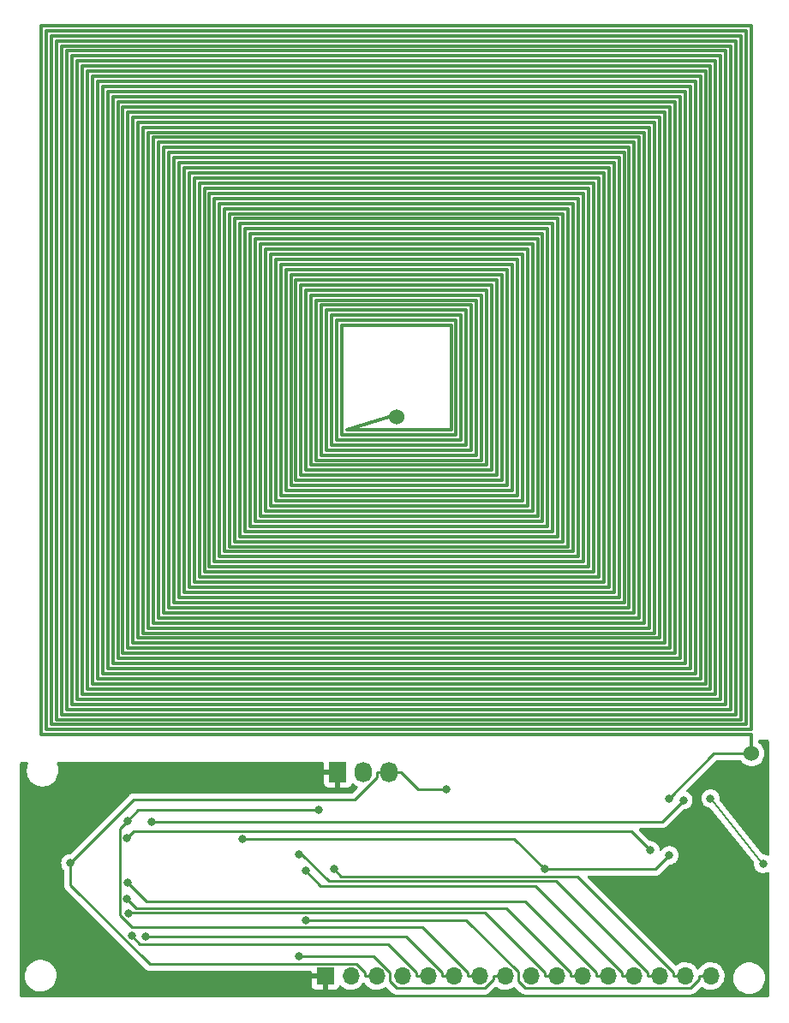
<source format=gbl>
%TF.GenerationSoftware,KiCad,Pcbnew,(6.0.7)*%
%TF.CreationDate,2022-11-29T16:33:33-07:00*%
%TF.ProjectId,attiny_rfid_light,61747469-6e79-45f7-9266-69645f6c6967,rev?*%
%TF.SameCoordinates,Original*%
%TF.FileFunction,Copper,L2,Bot*%
%TF.FilePolarity,Positive*%
%FSLAX46Y46*%
G04 Gerber Fmt 4.6, Leading zero omitted, Abs format (unit mm)*
G04 Created by KiCad (PCBNEW (6.0.7)) date 2022-11-29 16:33:33*
%MOMM*%
%LPD*%
G01*
G04 APERTURE LIST*
%TA.AperFunction,NonConductor*%
%ADD10C,0.200000*%
%TD*%
%TA.AperFunction,EtchedComponent*%
%ADD11C,0.300000*%
%TD*%
%TA.AperFunction,ComponentPad*%
%ADD12R,1.700000X1.700000*%
%TD*%
%TA.AperFunction,ComponentPad*%
%ADD13O,1.700000X1.700000*%
%TD*%
%TA.AperFunction,ComponentPad*%
%ADD14R,1.730000X2.030000*%
%TD*%
%TA.AperFunction,ComponentPad*%
%ADD15O,1.730000X2.030000*%
%TD*%
%TA.AperFunction,SMDPad,CuDef*%
%ADD16C,1.524000*%
%TD*%
%TA.AperFunction,ComponentPad*%
%ADD17C,1.524000*%
%TD*%
%TA.AperFunction,ViaPad*%
%ADD18C,0.800000*%
%TD*%
%TA.AperFunction,Conductor*%
%ADD19C,0.250000*%
%TD*%
G04 APERTURE END LIST*
D10*
X139770015Y-141310260D02*
X134615305Y-134841051D01*
D11*
X84068000Y-73977800D02*
X84068000Y-112948800D01*
X112476000Y-101882800D02*
X112476000Y-84540800D01*
X136117000Y-125523800D02*
X136117000Y-60899800D01*
X88092000Y-108924800D02*
X119518000Y-108924800D01*
X72499000Y-62408800D02*
X72499000Y-124517800D01*
X97146000Y-99870800D02*
X110464000Y-99870800D01*
X115494000Y-81522800D02*
X91613000Y-81522800D01*
X110464000Y-86552800D02*
X96643000Y-86552800D01*
X92116000Y-82025800D02*
X92116000Y-104900800D01*
X84571000Y-112445800D02*
X123039000Y-112445800D01*
X94631000Y-84540800D02*
X94631000Y-102385800D01*
X137123000Y-126529800D02*
X137123000Y-59893800D01*
X114991000Y-104397800D02*
X114991000Y-82025800D01*
X120021000Y-109427800D02*
X120021000Y-76995800D01*
X134608000Y-124014800D02*
X134608000Y-62408800D01*
X113985000Y-83031800D02*
X93122000Y-83031800D01*
X110967000Y-100373800D02*
X110967000Y-86049800D01*
X109961000Y-87055800D02*
X97146000Y-87055800D01*
X127566000Y-69450800D02*
X79541000Y-69450800D01*
X98655000Y-98361800D02*
X102791500Y-97133234D01*
X114488000Y-82528800D02*
X92619000Y-82528800D01*
X123542000Y-112948800D02*
X123542000Y-73474800D01*
X83062000Y-113954800D02*
X124548000Y-113954800D01*
X132093000Y-121499800D02*
X132093000Y-64923800D01*
X136620000Y-126026800D02*
X136620000Y-60396800D01*
X95637000Y-101379800D02*
X111973000Y-101379800D01*
X133602000Y-123008800D02*
X133602000Y-63414800D01*
X121027000Y-75989800D02*
X86080000Y-75989800D01*
X134105000Y-62911800D02*
X73002000Y-62911800D01*
X76020000Y-65929800D02*
X76020000Y-120996800D01*
X69481000Y-127535800D02*
X138129000Y-127535800D01*
X69984000Y-59893800D02*
X69984000Y-127032800D01*
X109961000Y-99367800D02*
X109961000Y-87055800D01*
X73505000Y-123511800D02*
X134105000Y-123511800D01*
X137123000Y-59893800D02*
X69984000Y-59893800D01*
X71996000Y-61905800D02*
X71996000Y-125020800D01*
X119518000Y-108924800D02*
X119518000Y-77498800D01*
X80547000Y-116469800D02*
X127063000Y-116469800D01*
X121530000Y-75486800D02*
X85577000Y-75486800D01*
X70487000Y-60396800D02*
X70487000Y-126529800D01*
X72499000Y-124517800D02*
X135111000Y-124517800D01*
X125554000Y-71462800D02*
X81553000Y-71462800D01*
X116500000Y-105906800D02*
X116500000Y-80516800D01*
X128572000Y-117978800D02*
X128572000Y-68444800D01*
X87589000Y-109427800D02*
X120021000Y-109427800D01*
X73505000Y-63414800D02*
X73505000Y-123511800D01*
X112979000Y-102385800D02*
X112979000Y-84037800D01*
X112979000Y-84037800D02*
X94128000Y-84037800D01*
X74511000Y-122505800D02*
X133099000Y-122505800D01*
X126560000Y-115966800D02*
X126560000Y-70456800D01*
X138129000Y-127535800D02*
X138129000Y-58887800D01*
X88595000Y-108421800D02*
X119015000Y-108421800D01*
X97146000Y-87055800D02*
X97146000Y-99870800D01*
X81050000Y-115966800D02*
X126560000Y-115966800D01*
X124548000Y-72468800D02*
X82559000Y-72468800D01*
X125554000Y-114960800D02*
X125554000Y-71462800D01*
X90104000Y-106912800D02*
X117506000Y-106912800D01*
X98152000Y-88061800D02*
X98152000Y-98864800D01*
X137626000Y-127032800D02*
X137626000Y-59390800D01*
X121530000Y-110936800D02*
X121530000Y-75486800D01*
X113482000Y-102888800D02*
X113482000Y-83534800D01*
X74008000Y-63917800D02*
X74008000Y-123008800D01*
X70487000Y-126529800D02*
X137123000Y-126529800D01*
X94128000Y-84037800D02*
X94128000Y-102888800D01*
X78535000Y-68444800D02*
X78535000Y-118481800D01*
X94128000Y-102888800D02*
X113482000Y-102888800D01*
X134608000Y-62408800D02*
X72499000Y-62408800D01*
X122536000Y-111942800D02*
X122536000Y-74480800D01*
X86583000Y-76492800D02*
X86583000Y-110433800D01*
X78535000Y-118481800D02*
X129075000Y-118481800D01*
X89098000Y-79007800D02*
X89098000Y-107918800D01*
X78032000Y-118984800D02*
X129578000Y-118984800D01*
X79038000Y-68947800D02*
X79038000Y-117978800D01*
X74511000Y-64420800D02*
X74511000Y-122505800D01*
X68978000Y-128038800D02*
X138632000Y-128038800D01*
X73002000Y-62911800D02*
X73002000Y-124014800D01*
X79541000Y-69450800D02*
X79541000Y-117475800D01*
X119015000Y-108421800D02*
X119015000Y-78001800D01*
X128572000Y-68444800D02*
X78535000Y-68444800D01*
X111973000Y-85043800D02*
X95134000Y-85043800D01*
X75517000Y-65426800D02*
X75517000Y-121499800D01*
X97649000Y-87558800D02*
X97649000Y-99367800D01*
X115997000Y-81019800D02*
X91110000Y-81019800D01*
X114488000Y-103894800D02*
X114488000Y-82528800D01*
X137626000Y-59390800D02*
X69481000Y-59390800D01*
X122536000Y-74480800D02*
X84571000Y-74480800D01*
X113482000Y-83534800D02*
X93625000Y-83534800D01*
X136117000Y-60899800D02*
X70990000Y-60899800D01*
X133602000Y-63414800D02*
X73505000Y-63414800D01*
X82559000Y-72468800D02*
X82559000Y-114457800D01*
X83565000Y-73474800D02*
X83565000Y-113451800D01*
X88092000Y-78001800D02*
X88092000Y-108924800D01*
X90607000Y-80516800D02*
X90607000Y-106409800D01*
X130081000Y-119487800D02*
X130081000Y-66935800D01*
X128069000Y-117475800D02*
X128069000Y-68947800D01*
X71493000Y-125523800D02*
X136117000Y-125523800D01*
X92619000Y-82528800D02*
X92619000Y-104397800D01*
X124548000Y-113954800D02*
X124548000Y-72468800D01*
X133099000Y-122505800D02*
X133099000Y-63917800D01*
X79038000Y-117978800D02*
X128572000Y-117978800D01*
X86080000Y-110936800D02*
X121530000Y-110936800D01*
X129075000Y-67941800D02*
X78032000Y-67941800D01*
X119518000Y-77498800D02*
X87589000Y-77498800D01*
X136620000Y-60396800D02*
X70487000Y-60396800D01*
X122033000Y-111439800D02*
X122033000Y-74983800D01*
X111470000Y-85546800D02*
X95637000Y-85546800D01*
X126057000Y-70959800D02*
X81050000Y-70959800D01*
X121027000Y-110433800D02*
X121027000Y-75989800D01*
X81553000Y-115463800D02*
X126057000Y-115463800D01*
X132596000Y-64420800D02*
X74511000Y-64420800D01*
X80547000Y-70456800D02*
X80547000Y-116469800D01*
X84571000Y-74480800D02*
X84571000Y-112445800D01*
X89601000Y-107415800D02*
X118009000Y-107415800D01*
X83062000Y-72971800D02*
X83062000Y-113954800D01*
X124045000Y-72971800D02*
X83062000Y-72971800D01*
X126560000Y-70456800D02*
X80547000Y-70456800D01*
X93625000Y-83534800D02*
X93625000Y-103391800D01*
X87086000Y-109930800D02*
X120524000Y-109930800D01*
X95637000Y-85546800D02*
X95637000Y-101379800D01*
X138632000Y-58384800D02*
X68475000Y-58384800D01*
X131087000Y-65929800D02*
X76020000Y-65929800D01*
X120524000Y-109930800D02*
X120524000Y-76492800D01*
X93625000Y-103391800D02*
X113985000Y-103391800D01*
X68475000Y-58384800D02*
X68475000Y-128541800D01*
X85074000Y-111942800D02*
X122536000Y-111942800D01*
X87589000Y-77498800D02*
X87589000Y-109427800D01*
X134105000Y-123511800D02*
X134105000Y-62911800D01*
X127063000Y-116469800D02*
X127063000Y-69953800D01*
X82056000Y-114960800D02*
X125554000Y-114960800D01*
X91110000Y-81019800D02*
X91110000Y-105906800D01*
X132093000Y-64923800D02*
X75014000Y-64923800D01*
X130584000Y-119990800D02*
X130584000Y-66432800D01*
X80044000Y-116972800D02*
X127566000Y-116972800D01*
X94631000Y-102385800D02*
X112979000Y-102385800D01*
X130584000Y-66432800D02*
X76523000Y-66432800D01*
X93122000Y-103894800D02*
X114488000Y-103894800D01*
X111973000Y-101379800D02*
X111973000Y-85043800D01*
X68978000Y-58887800D02*
X68978000Y-128038800D01*
X118009000Y-107415800D02*
X118009000Y-79007800D01*
X77529000Y-119487800D02*
X130081000Y-119487800D01*
X78032000Y-67941800D02*
X78032000Y-118984800D01*
X83565000Y-113451800D02*
X124045000Y-113451800D01*
X133099000Y-63917800D02*
X74008000Y-63917800D01*
X73002000Y-124014800D02*
X134608000Y-124014800D01*
X89098000Y-107918800D02*
X118512000Y-107918800D01*
X131590000Y-65426800D02*
X75517000Y-65426800D01*
X135111000Y-124517800D02*
X135111000Y-61905800D01*
X131590000Y-120996800D02*
X131590000Y-65426800D01*
X81050000Y-70959800D02*
X81050000Y-115966800D01*
X75014000Y-122002800D02*
X132596000Y-122002800D01*
X96643000Y-100373800D02*
X110967000Y-100373800D01*
X76523000Y-66432800D02*
X76523000Y-120493800D01*
X85074000Y-74983800D02*
X85074000Y-111942800D01*
X86583000Y-110433800D02*
X121027000Y-110433800D01*
X124045000Y-113451800D02*
X124045000Y-72971800D01*
X113985000Y-103391800D02*
X113985000Y-83031800D01*
X77529000Y-67438800D02*
X77529000Y-119487800D01*
X76020000Y-120996800D02*
X131590000Y-120996800D01*
X92619000Y-104397800D02*
X114991000Y-104397800D01*
X79541000Y-117475800D02*
X128069000Y-117475800D01*
X118009000Y-79007800D02*
X89098000Y-79007800D01*
X96643000Y-86552800D02*
X96643000Y-100373800D01*
X95134000Y-85043800D02*
X95134000Y-101882800D01*
X112476000Y-84540800D02*
X94631000Y-84540800D01*
X93122000Y-83031800D02*
X93122000Y-103894800D01*
X81553000Y-71462800D02*
X81553000Y-115463800D01*
X97649000Y-99367800D02*
X109961000Y-99367800D01*
X138628120Y-128541800D02*
X138628120Y-130052194D01*
X85577000Y-75486800D02*
X85577000Y-111439800D01*
X80044000Y-69953800D02*
X80044000Y-116972800D01*
X71493000Y-61402800D02*
X71493000Y-125523800D01*
X123039000Y-73977800D02*
X84068000Y-73977800D01*
X98152000Y-98864800D02*
X109458000Y-98864800D01*
X115997000Y-105403800D02*
X115997000Y-81019800D01*
X86080000Y-75989800D02*
X86080000Y-110936800D01*
X71996000Y-125020800D02*
X135614000Y-125020800D01*
X108955000Y-98361800D02*
X108955000Y-88061800D01*
X69984000Y-127032800D02*
X137626000Y-127032800D01*
X130081000Y-66935800D02*
X77026000Y-66935800D01*
X116500000Y-80516800D02*
X90607000Y-80516800D01*
X90607000Y-106409800D02*
X117003000Y-106409800D01*
X77026000Y-119990800D02*
X130584000Y-119990800D01*
X128069000Y-68947800D02*
X79038000Y-68947800D01*
X138632000Y-128038800D02*
X138632000Y-58384800D01*
X91110000Y-105906800D02*
X116500000Y-105906800D01*
X122033000Y-74983800D02*
X85074000Y-74983800D01*
X90104000Y-80013800D02*
X90104000Y-106912800D01*
X129578000Y-67438800D02*
X77529000Y-67438800D01*
X110967000Y-86049800D02*
X96140000Y-86049800D01*
X114991000Y-82025800D02*
X92116000Y-82025800D01*
X82056000Y-71965800D02*
X82056000Y-114960800D01*
X118512000Y-78504800D02*
X88595000Y-78504800D01*
X119015000Y-78001800D02*
X88092000Y-78001800D01*
X75517000Y-121499800D02*
X132093000Y-121499800D01*
X69481000Y-59390800D02*
X69481000Y-127535800D01*
X95134000Y-101882800D02*
X112476000Y-101882800D01*
X88595000Y-78504800D02*
X88595000Y-108421800D01*
X117506000Y-79510800D02*
X89601000Y-79510800D01*
X89601000Y-79510800D02*
X89601000Y-107415800D01*
X91613000Y-105403800D02*
X115997000Y-105403800D01*
X117003000Y-106409800D02*
X117003000Y-80013800D01*
X91613000Y-81522800D02*
X91613000Y-105403800D01*
X70990000Y-60899800D02*
X70990000Y-126026800D01*
X126057000Y-115463800D02*
X126057000Y-70959800D01*
X117003000Y-80013800D02*
X90104000Y-80013800D01*
X109458000Y-87558800D02*
X97649000Y-87558800D01*
X135614000Y-61402800D02*
X71493000Y-61402800D01*
X70990000Y-126026800D02*
X136620000Y-126026800D01*
X87086000Y-76995800D02*
X87086000Y-109930800D01*
X110464000Y-99870800D02*
X110464000Y-86552800D01*
X125051000Y-71965800D02*
X82056000Y-71965800D01*
X123039000Y-112445800D02*
X123039000Y-73977800D01*
X123542000Y-73474800D02*
X83565000Y-73474800D01*
X111470000Y-100876800D02*
X111470000Y-85546800D01*
X135614000Y-125020800D02*
X135614000Y-61402800D01*
X129578000Y-118984800D02*
X129578000Y-67438800D01*
X84068000Y-112948800D02*
X123542000Y-112948800D01*
X96140000Y-100876800D02*
X111470000Y-100876800D01*
X127566000Y-116972800D02*
X127566000Y-69450800D01*
X118512000Y-107918800D02*
X118512000Y-78504800D01*
X77026000Y-66935800D02*
X77026000Y-119990800D01*
X131087000Y-120493800D02*
X131087000Y-65929800D01*
X138129000Y-58887800D02*
X68978000Y-58887800D01*
X68475000Y-128541800D02*
X138632000Y-128541800D01*
X132596000Y-122002800D02*
X132596000Y-64420800D01*
X127063000Y-69953800D02*
X80044000Y-69953800D01*
X82559000Y-114457800D02*
X125051000Y-114457800D01*
X125051000Y-114457800D02*
X125051000Y-71965800D01*
X76523000Y-120493800D02*
X131087000Y-120493800D01*
X120524000Y-76492800D02*
X86583000Y-76492800D01*
X129075000Y-118481800D02*
X129075000Y-67941800D01*
X117506000Y-106912800D02*
X117506000Y-79510800D01*
X108955000Y-88061800D02*
X98152000Y-88061800D01*
X96140000Y-86049800D02*
X96140000Y-100876800D01*
X74008000Y-123008800D02*
X133602000Y-123008800D01*
X120021000Y-76995800D02*
X87086000Y-76995800D01*
X135111000Y-61905800D02*
X71996000Y-61905800D01*
X98655000Y-98361800D02*
X108955000Y-98361800D01*
X75014000Y-64923800D02*
X75014000Y-122002800D01*
X85577000Y-111439800D02*
X122033000Y-111439800D01*
X115494000Y-104900800D02*
X115494000Y-81522800D01*
X109458000Y-98864800D02*
X109458000Y-87558800D01*
X92116000Y-104900800D02*
X115494000Y-104900800D01*
D12*
X96520000Y-152400000D03*
D13*
X99060000Y-152400000D03*
X101600000Y-152400000D03*
X104140000Y-152400000D03*
X106680000Y-152400000D03*
X109220000Y-152400000D03*
X111760000Y-152400000D03*
X114300000Y-152400000D03*
X116840000Y-152400000D03*
X119380000Y-152400000D03*
X121920000Y-152400000D03*
X124460000Y-152400000D03*
X127000000Y-152400000D03*
X129540000Y-152400000D03*
X132080000Y-152400000D03*
X134620000Y-152400000D03*
D14*
X97765700Y-132243300D03*
D15*
X100305700Y-132243300D03*
X102845700Y-132243300D03*
D16*
X138658783Y-130381698D03*
D17*
X103553500Y-97133234D03*
D18*
X90048350Y-152312139D03*
X66955655Y-137028550D03*
X68317907Y-147935401D03*
X72190982Y-153484460D03*
X77810462Y-153498544D03*
X133959431Y-133240382D03*
X134620000Y-137160000D03*
X132080000Y-144780000D03*
X132080000Y-149860000D03*
X139700000Y-149860000D03*
X134605916Y-134841051D03*
X139774710Y-141296176D03*
X97360500Y-141835200D03*
X130543500Y-140452000D03*
X118194600Y-141835300D03*
X88379300Y-138799700D03*
X76932500Y-138756200D03*
X128639000Y-139955500D03*
X79375000Y-137136700D03*
X131913500Y-135007400D03*
X94583400Y-146876200D03*
X76951700Y-137047700D03*
X95876400Y-135987100D03*
X78747800Y-148502200D03*
X93933800Y-140335000D03*
X94568100Y-141994400D03*
X76956100Y-143131200D03*
X76926100Y-144771400D03*
X77076100Y-146168600D03*
X77373700Y-148394700D03*
X93928900Y-150433200D03*
X130469400Y-134849400D03*
X108452200Y-133901300D03*
X71334500Y-141240000D03*
D19*
X132080000Y-152400000D02*
X130904700Y-152400000D01*
X98085900Y-142560600D02*
X97360500Y-141835200D01*
X121432600Y-142560600D02*
X98085900Y-142560600D01*
X130904700Y-152032700D02*
X121432600Y-142560600D01*
X130904700Y-152400000D02*
X130904700Y-152032700D01*
X129160200Y-141835300D02*
X130543500Y-140452000D01*
X118194600Y-141835300D02*
X129160200Y-141835300D01*
X115159000Y-138799700D02*
X118194600Y-141835300D01*
X88379300Y-138799700D02*
X115159000Y-138799700D01*
X77614300Y-138074400D02*
X76932500Y-138756200D01*
X126757900Y-138074400D02*
X77614300Y-138074400D01*
X128639000Y-139955500D02*
X126757900Y-138074400D01*
X129784200Y-137136700D02*
X131913500Y-135007400D01*
X79375000Y-137136700D02*
X129784200Y-137136700D01*
X134620000Y-152400000D02*
X133444700Y-152400000D01*
X110445400Y-146876200D02*
X94583400Y-146876200D01*
X115570000Y-152000800D02*
X110445400Y-146876200D01*
X115570000Y-152886600D02*
X115570000Y-152000800D01*
X116258700Y-153575300D02*
X115570000Y-152886600D01*
X132636800Y-153575300D02*
X116258700Y-153575300D01*
X133444700Y-152767400D02*
X132636800Y-153575300D01*
X133444700Y-152400000D02*
X133444700Y-152767400D01*
X111760000Y-152400000D02*
X110584700Y-152400000D01*
X76198900Y-137800500D02*
X76951700Y-137047700D01*
X76198900Y-146347000D02*
X76198900Y-137800500D01*
X77453600Y-147601700D02*
X76198900Y-146347000D01*
X106153700Y-147601700D02*
X77453600Y-147601700D01*
X110584700Y-152032700D02*
X106153700Y-147601700D01*
X110584700Y-152400000D02*
X110584700Y-152032700D01*
X78012300Y-135987100D02*
X95876400Y-135987100D01*
X76951700Y-137047700D02*
X78012300Y-135987100D01*
X109220000Y-152400000D02*
X108044700Y-152400000D01*
X104514200Y-148502200D02*
X78747800Y-148502200D01*
X108044700Y-152032700D02*
X104514200Y-148502200D01*
X108044700Y-152400000D02*
X108044700Y-152032700D01*
X129540000Y-152400000D02*
X128364700Y-152400000D01*
X94197500Y-140335000D02*
X93933800Y-140335000D01*
X96873400Y-143010900D02*
X94197500Y-140335000D01*
X119342900Y-143010900D02*
X96873400Y-143010900D01*
X128364700Y-152032700D02*
X119342900Y-143010900D01*
X128364700Y-152400000D02*
X128364700Y-152032700D01*
X125824700Y-152032700D02*
X125824700Y-152400000D01*
X117253300Y-143461300D02*
X125824700Y-152032700D01*
X96035000Y-143461300D02*
X117253300Y-143461300D01*
X94568100Y-141994400D02*
X96035000Y-143461300D01*
X127000000Y-152400000D02*
X125824700Y-152400000D01*
X124460000Y-152400000D02*
X123284700Y-152400000D01*
X123284700Y-152032700D02*
X123284700Y-152400000D01*
X116294900Y-145042900D02*
X123284700Y-152032700D01*
X78867800Y-145042900D02*
X116294900Y-145042900D01*
X76956100Y-143131200D02*
X78867800Y-145042900D01*
X121920000Y-152400000D02*
X120744700Y-152400000D01*
X77855300Y-145700600D02*
X76926100Y-144771400D01*
X114412600Y-145700600D02*
X77855300Y-145700600D01*
X120744700Y-152032700D02*
X114412600Y-145700600D01*
X120744700Y-152400000D02*
X120744700Y-152032700D01*
X119380000Y-152400000D02*
X118204700Y-152400000D01*
X77093800Y-146150900D02*
X77076100Y-146168600D01*
X112289200Y-146150900D02*
X77093800Y-146150900D01*
X118204700Y-152066400D02*
X112289200Y-146150900D01*
X118204700Y-152400000D02*
X118204700Y-152066400D01*
X105504700Y-152032700D02*
X105504700Y-152400000D01*
X102707400Y-149235400D02*
X105504700Y-152032700D01*
X78214400Y-149235400D02*
X102707400Y-149235400D01*
X77373700Y-148394700D02*
X78214400Y-149235400D01*
X106680000Y-152400000D02*
X105504700Y-152400000D01*
X114300000Y-152400000D02*
X113124700Y-152400000D01*
X101296700Y-150433200D02*
X93928900Y-150433200D01*
X102870000Y-152006500D02*
X101296700Y-150433200D01*
X102870000Y-152889100D02*
X102870000Y-152006500D01*
X103585900Y-153605000D02*
X102870000Y-152889100D01*
X112287000Y-153605000D02*
X103585900Y-153605000D01*
X113124700Y-152767300D02*
X112287000Y-153605000D01*
X113124700Y-152400000D02*
X113124700Y-152767300D01*
X134937100Y-130381700D02*
X138658800Y-130381700D01*
X130469400Y-134849400D02*
X134937100Y-130381700D01*
X103440900Y-132243300D02*
X104036000Y-132243300D01*
X103440900Y-132243300D02*
X102845700Y-132243300D01*
X77617700Y-134956800D02*
X71334500Y-141240000D01*
X99462700Y-134956800D02*
X77617700Y-134956800D01*
X101655400Y-132764100D02*
X99462700Y-134956800D01*
X101655400Y-132243300D02*
X101655400Y-132764100D01*
X102845700Y-132243300D02*
X101655400Y-132243300D01*
X100424700Y-152032600D02*
X100424700Y-152400000D01*
X99616800Y-151224700D02*
X100424700Y-152032600D01*
X79164200Y-151224700D02*
X99616800Y-151224700D01*
X71334500Y-143395000D02*
X79164200Y-151224700D01*
X71334500Y-141240000D02*
X71334500Y-143395000D01*
X101600000Y-152400000D02*
X100424700Y-152400000D01*
X105694000Y-133901300D02*
X108452200Y-133901300D01*
X104036000Y-132243300D02*
X105694000Y-133901300D01*
%TA.AperFunction,Conductor*%
G36*
X140247783Y-129037812D02*
G01*
X140315894Y-129057848D01*
X140362360Y-129111527D01*
X140373720Y-129163522D01*
X140374052Y-129307942D01*
X140374118Y-129336875D01*
X140374118Y-140374549D01*
X140354116Y-140442670D01*
X140300460Y-140489163D01*
X140230186Y-140499267D01*
X140196870Y-140489656D01*
X140063033Y-140430068D01*
X140063025Y-140430065D01*
X140056998Y-140427382D01*
X139870197Y-140387676D01*
X139863594Y-140387676D01*
X139860797Y-140387382D01*
X139795140Y-140360369D01*
X139775424Y-140340592D01*
X139768180Y-140331500D01*
X138077112Y-138209194D01*
X135536891Y-135021192D01*
X135510084Y-134955451D01*
X135510124Y-134929502D01*
X135518730Y-134847616D01*
X135519420Y-134841051D01*
X135511680Y-134767409D01*
X135500148Y-134657686D01*
X135500148Y-134657684D01*
X135499458Y-134651123D01*
X135440443Y-134469495D01*
X135422548Y-134438499D01*
X135388720Y-134379908D01*
X135344956Y-134304107D01*
X135311159Y-134266571D01*
X135221591Y-134167096D01*
X135221590Y-134167095D01*
X135217169Y-134162185D01*
X135079501Y-134062163D01*
X135068010Y-134053814D01*
X135068009Y-134053813D01*
X135062668Y-134049933D01*
X135056640Y-134047249D01*
X135056638Y-134047248D01*
X134894235Y-133974942D01*
X134894234Y-133974942D01*
X134888204Y-133972257D01*
X134794804Y-133952404D01*
X134707860Y-133933923D01*
X134707855Y-133933923D01*
X134701403Y-133932551D01*
X134510429Y-133932551D01*
X134503977Y-133933923D01*
X134503972Y-133933923D01*
X134417028Y-133952404D01*
X134323628Y-133972257D01*
X134317598Y-133974942D01*
X134317597Y-133974942D01*
X134155194Y-134047248D01*
X134155192Y-134047249D01*
X134149164Y-134049933D01*
X134143823Y-134053813D01*
X134143822Y-134053814D01*
X134132331Y-134062163D01*
X133994663Y-134162185D01*
X133990242Y-134167095D01*
X133990241Y-134167096D01*
X133900674Y-134266571D01*
X133866876Y-134304107D01*
X133823112Y-134379908D01*
X133789285Y-134438499D01*
X133771389Y-134469495D01*
X133712374Y-134651123D01*
X133711684Y-134657684D01*
X133711684Y-134657686D01*
X133700152Y-134767409D01*
X133692412Y-134841051D01*
X133693102Y-134847616D01*
X133693980Y-134855965D01*
X133712374Y-135030979D01*
X133771389Y-135212607D01*
X133866876Y-135377995D01*
X133871294Y-135382902D01*
X133871295Y-135382903D01*
X133901245Y-135416166D01*
X133994663Y-135519917D01*
X134149164Y-135632169D01*
X134155192Y-135634853D01*
X134155194Y-135634854D01*
X134317597Y-135707160D01*
X134323628Y-135709845D01*
X134417029Y-135729698D01*
X134503972Y-135748179D01*
X134503977Y-135748179D01*
X134510429Y-135749551D01*
X134513808Y-135749551D01*
X134578359Y-135776108D01*
X134598076Y-135795886D01*
X138842976Y-141123274D01*
X138869782Y-141189014D01*
X138869742Y-141214958D01*
X138861206Y-141296176D01*
X138861896Y-141302741D01*
X138875924Y-141436206D01*
X138881168Y-141486104D01*
X138940183Y-141667732D01*
X138943486Y-141673454D01*
X138943487Y-141673455D01*
X138965744Y-141712005D01*
X139035670Y-141833120D01*
X139040088Y-141838027D01*
X139040089Y-141838028D01*
X139090629Y-141894158D01*
X139163457Y-141975042D01*
X139317958Y-142087294D01*
X139323986Y-142089978D01*
X139323988Y-142089979D01*
X139398984Y-142123369D01*
X139492422Y-142164970D01*
X139579401Y-142183458D01*
X139672766Y-142203304D01*
X139672771Y-142203304D01*
X139679223Y-142204676D01*
X139870197Y-142204676D01*
X139876649Y-142203304D01*
X139876654Y-142203304D01*
X139970019Y-142183458D01*
X140056998Y-142164970D01*
X140063025Y-142162287D01*
X140063033Y-142162284D01*
X140196870Y-142102696D01*
X140267237Y-142093262D01*
X140331534Y-142123369D01*
X140369347Y-142183458D01*
X140374118Y-142217803D01*
X140374118Y-154381809D01*
X140354116Y-154449930D01*
X140300460Y-154496423D01*
X140248118Y-154507809D01*
X66485277Y-154507809D01*
X66417156Y-154487807D01*
X66370663Y-154434151D01*
X66359277Y-154381809D01*
X66359277Y-152413268D01*
X66837882Y-152413268D01*
X66838463Y-152418288D01*
X66838463Y-152418292D01*
X66851424Y-152530307D01*
X66866708Y-152662399D01*
X66868087Y-152667273D01*
X66868088Y-152667277D01*
X66933053Y-152896857D01*
X66934994Y-152903717D01*
X66937128Y-152908292D01*
X66937130Y-152908299D01*
X67038847Y-153126431D01*
X67040984Y-153131013D01*
X67043826Y-153135194D01*
X67043826Y-153135195D01*
X67179105Y-153334252D01*
X67179108Y-153334256D01*
X67181951Y-153338439D01*
X67185428Y-153342116D01*
X67185429Y-153342117D01*
X67347334Y-153513328D01*
X67354267Y-153520659D01*
X67358293Y-153523737D01*
X67358294Y-153523738D01*
X67549481Y-153669912D01*
X67549485Y-153669915D01*
X67553501Y-153672985D01*
X67557959Y-153675375D01*
X67557960Y-153675376D01*
X67694297Y-153748479D01*
X67774526Y-153791497D01*
X67779307Y-153793143D01*
X67779311Y-153793145D01*
X68005038Y-153870869D01*
X68011656Y-153873148D01*
X68115189Y-153891031D01*
X68254880Y-153915160D01*
X68254886Y-153915161D01*
X68258790Y-153915835D01*
X68262751Y-153916015D01*
X68262752Y-153916015D01*
X68287431Y-153917136D01*
X68287450Y-153917136D01*
X68288850Y-153917200D01*
X68463515Y-153917200D01*
X68466023Y-153916998D01*
X68466028Y-153916998D01*
X68645444Y-153902563D01*
X68645449Y-153902562D01*
X68650485Y-153902157D01*
X68655393Y-153900952D01*
X68655396Y-153900951D01*
X68889125Y-153843541D01*
X68894039Y-153842334D01*
X68898691Y-153840359D01*
X68898695Y-153840358D01*
X69120241Y-153746317D01*
X69120242Y-153746317D01*
X69124896Y-153744341D01*
X69337115Y-153610700D01*
X69525238Y-153444847D01*
X69648596Y-153294669D01*
X95162001Y-153294669D01*
X95162371Y-153301490D01*
X95167895Y-153352352D01*
X95171521Y-153367604D01*
X95216676Y-153488054D01*
X95225214Y-153503649D01*
X95301715Y-153605724D01*
X95314276Y-153618285D01*
X95416351Y-153694786D01*
X95431946Y-153703324D01*
X95552394Y-153748478D01*
X95567649Y-153752105D01*
X95618514Y-153757631D01*
X95625328Y-153758000D01*
X96247885Y-153758000D01*
X96263124Y-153753525D01*
X96264329Y-153752135D01*
X96266000Y-153744452D01*
X96266000Y-152672115D01*
X96261525Y-152656876D01*
X96260135Y-152655671D01*
X96252452Y-152654000D01*
X95180116Y-152654000D01*
X95164877Y-152658475D01*
X95163672Y-152659865D01*
X95162001Y-152667548D01*
X95162001Y-153294669D01*
X69648596Y-153294669D01*
X69684424Y-153251051D01*
X69810578Y-153034296D01*
X69900455Y-152800161D01*
X69901541Y-152794967D01*
X69950706Y-152559621D01*
X69951741Y-152554667D01*
X69951977Y-152549486D01*
X69958162Y-152413268D01*
X69963118Y-152304132D01*
X69934292Y-152055001D01*
X69932708Y-152049401D01*
X69867384Y-151818552D01*
X69867383Y-151818550D01*
X69866006Y-151813683D01*
X69863872Y-151809108D01*
X69863870Y-151809101D01*
X69762153Y-151590969D01*
X69762151Y-151590965D01*
X69760016Y-151586387D01*
X69750658Y-151572617D01*
X69621895Y-151383148D01*
X69621892Y-151383144D01*
X69619049Y-151378961D01*
X69592822Y-151351226D01*
X69450213Y-151200421D01*
X69446733Y-151196741D01*
X69432469Y-151185835D01*
X69251519Y-151047488D01*
X69251515Y-151047485D01*
X69247499Y-151044415D01*
X69026474Y-150925903D01*
X69021693Y-150924257D01*
X69021689Y-150924255D01*
X68794133Y-150845901D01*
X68789344Y-150844252D01*
X68685811Y-150826369D01*
X68546120Y-150802240D01*
X68546114Y-150802239D01*
X68542210Y-150801565D01*
X68538249Y-150801385D01*
X68538248Y-150801385D01*
X68513569Y-150800264D01*
X68513550Y-150800264D01*
X68512150Y-150800200D01*
X68337485Y-150800200D01*
X68334977Y-150800402D01*
X68334972Y-150800402D01*
X68155556Y-150814837D01*
X68155551Y-150814838D01*
X68150515Y-150815243D01*
X68145607Y-150816448D01*
X68145604Y-150816449D01*
X67913826Y-150873380D01*
X67906961Y-150875066D01*
X67902309Y-150877041D01*
X67902305Y-150877042D01*
X67781561Y-150928295D01*
X67676104Y-150973059D01*
X67638858Y-150996514D01*
X67499056Y-151084552D01*
X67463885Y-151106700D01*
X67275762Y-151272553D01*
X67116576Y-151466349D01*
X66990422Y-151683104D01*
X66988609Y-151687827D01*
X66988608Y-151687829D01*
X66960175Y-151761899D01*
X66900545Y-151917239D01*
X66899512Y-151922185D01*
X66899510Y-151922191D01*
X66886556Y-151984200D01*
X66849259Y-152162733D01*
X66849030Y-152167782D01*
X66849029Y-152167788D01*
X66848360Y-152182522D01*
X66837882Y-152413268D01*
X66359277Y-152413268D01*
X66359277Y-131375049D01*
X66379279Y-131306928D01*
X66432935Y-131260435D01*
X66485277Y-131249049D01*
X67046226Y-131249049D01*
X67114347Y-131269051D01*
X67160840Y-131322707D01*
X67170944Y-131392981D01*
X67163857Y-131420203D01*
X67080045Y-131638539D01*
X67079012Y-131643485D01*
X67079010Y-131643491D01*
X67048755Y-131788316D01*
X67028759Y-131884033D01*
X67017382Y-132134568D01*
X67046208Y-132383699D01*
X67047587Y-132388573D01*
X67047588Y-132388577D01*
X67086526Y-132526181D01*
X67114494Y-132625017D01*
X67116628Y-132629592D01*
X67116630Y-132629599D01*
X67218347Y-132847731D01*
X67220484Y-132852313D01*
X67223326Y-132856494D01*
X67223326Y-132856495D01*
X67358605Y-133055552D01*
X67358608Y-133055556D01*
X67361451Y-133059739D01*
X67364928Y-133063416D01*
X67364929Y-133063417D01*
X67465238Y-133169491D01*
X67533767Y-133241959D01*
X67537793Y-133245037D01*
X67537794Y-133245038D01*
X67728981Y-133391212D01*
X67728985Y-133391215D01*
X67733001Y-133394285D01*
X67954026Y-133512797D01*
X67958807Y-133514443D01*
X67958811Y-133514445D01*
X68105192Y-133564848D01*
X68191156Y-133594448D01*
X68294689Y-133612331D01*
X68434380Y-133636460D01*
X68434386Y-133636461D01*
X68438290Y-133637135D01*
X68442251Y-133637315D01*
X68442252Y-133637315D01*
X68466931Y-133638436D01*
X68466950Y-133638436D01*
X68468350Y-133638500D01*
X68643015Y-133638500D01*
X68645523Y-133638298D01*
X68645528Y-133638298D01*
X68824944Y-133623863D01*
X68824949Y-133623862D01*
X68829985Y-133623457D01*
X68834893Y-133622252D01*
X68834896Y-133622251D01*
X69068625Y-133564841D01*
X69073539Y-133563634D01*
X69078191Y-133561659D01*
X69078195Y-133561658D01*
X69299741Y-133467617D01*
X69299742Y-133467617D01*
X69304396Y-133465641D01*
X69481175Y-133354318D01*
X69512334Y-133334696D01*
X69512335Y-133334695D01*
X69516615Y-133332000D01*
X69549544Y-133302969D01*
X96392701Y-133302969D01*
X96393071Y-133309790D01*
X96398595Y-133360652D01*
X96402221Y-133375904D01*
X96447376Y-133496354D01*
X96455914Y-133511949D01*
X96532415Y-133614024D01*
X96544976Y-133626585D01*
X96647051Y-133703086D01*
X96662646Y-133711624D01*
X96783094Y-133756778D01*
X96798349Y-133760405D01*
X96849214Y-133765931D01*
X96856028Y-133766300D01*
X97493585Y-133766300D01*
X97508824Y-133761825D01*
X97510029Y-133760435D01*
X97511700Y-133752752D01*
X97511700Y-132515415D01*
X97507225Y-132500176D01*
X97505835Y-132498971D01*
X97498152Y-132497300D01*
X96410816Y-132497300D01*
X96395577Y-132501775D01*
X96394372Y-132503165D01*
X96392701Y-132510848D01*
X96392701Y-133302969D01*
X69549544Y-133302969D01*
X69704738Y-133166147D01*
X69863924Y-132972351D01*
X69990078Y-132755596D01*
X70079955Y-132521461D01*
X70081219Y-132515415D01*
X70130206Y-132280921D01*
X70131241Y-132275967D01*
X70142618Y-132025432D01*
X70138438Y-131989300D01*
X70125684Y-131879079D01*
X70113792Y-131776301D01*
X70112001Y-131769969D01*
X70046884Y-131539852D01*
X70046883Y-131539850D01*
X70045506Y-131534983D01*
X70043370Y-131530401D01*
X70023836Y-131488512D01*
X69995758Y-131428298D01*
X69985097Y-131358108D01*
X70014077Y-131293295D01*
X70073496Y-131254438D01*
X70109953Y-131249049D01*
X96266700Y-131249049D01*
X96334821Y-131269051D01*
X96381314Y-131322707D01*
X96392700Y-131375049D01*
X96392700Y-131971185D01*
X96397175Y-131986424D01*
X96398565Y-131987629D01*
X96406248Y-131989300D01*
X97893700Y-131989300D01*
X97961821Y-132009302D01*
X98008314Y-132062958D01*
X98019700Y-132115300D01*
X98019700Y-133748184D01*
X98024175Y-133763423D01*
X98025565Y-133764628D01*
X98033248Y-133766299D01*
X98675369Y-133766299D01*
X98682190Y-133765929D01*
X98733052Y-133760405D01*
X98748304Y-133756779D01*
X98868754Y-133711624D01*
X98884349Y-133703086D01*
X98986424Y-133626585D01*
X98998985Y-133614024D01*
X99075486Y-133511949D01*
X99084024Y-133496354D01*
X99119498Y-133401728D01*
X99162140Y-133344964D01*
X99228701Y-133320264D01*
X99298050Y-133335472D01*
X99328650Y-133358987D01*
X99388616Y-133421848D01*
X99388621Y-133421853D01*
X99392301Y-133425710D01*
X99579309Y-133564848D01*
X99584060Y-133567264D01*
X99584064Y-133567266D01*
X99637528Y-133594448D01*
X99676032Y-133614024D01*
X99676122Y-133614070D01*
X99727779Y-133662773D01*
X99744906Y-133731673D01*
X99722064Y-133798895D01*
X99708112Y-133815482D01*
X99237199Y-134286395D01*
X99174887Y-134320421D01*
X99148104Y-134323300D01*
X77696468Y-134323300D01*
X77685285Y-134322773D01*
X77677792Y-134321098D01*
X77669866Y-134321347D01*
X77669865Y-134321347D01*
X77609702Y-134323238D01*
X77605744Y-134323300D01*
X77577844Y-134323300D01*
X77573854Y-134323804D01*
X77562020Y-134324736D01*
X77517811Y-134326126D01*
X77510195Y-134328339D01*
X77510193Y-134328339D01*
X77498352Y-134331779D01*
X77478993Y-134335788D01*
X77477683Y-134335954D01*
X77458903Y-134338326D01*
X77451537Y-134341242D01*
X77451531Y-134341244D01*
X77417798Y-134354600D01*
X77406568Y-134358445D01*
X77371717Y-134368570D01*
X77364107Y-134370781D01*
X77357284Y-134374816D01*
X77346666Y-134381095D01*
X77328913Y-134389792D01*
X77321268Y-134392819D01*
X77310083Y-134397248D01*
X77303668Y-134401909D01*
X77274312Y-134423237D01*
X77264395Y-134429751D01*
X77226338Y-134452258D01*
X77212017Y-134466579D01*
X77196984Y-134479419D01*
X77180593Y-134491328D01*
X77161439Y-134514481D01*
X77152402Y-134525405D01*
X77144412Y-134534184D01*
X71384000Y-140294595D01*
X71321688Y-140328621D01*
X71294905Y-140331500D01*
X71239013Y-140331500D01*
X71232561Y-140332872D01*
X71232556Y-140332872D01*
X71145613Y-140351353D01*
X71052212Y-140371206D01*
X71046182Y-140373891D01*
X71046181Y-140373891D01*
X70883778Y-140446197D01*
X70883776Y-140446198D01*
X70877748Y-140448882D01*
X70872407Y-140452762D01*
X70872406Y-140452763D01*
X70851536Y-140467926D01*
X70723247Y-140561134D01*
X70718826Y-140566044D01*
X70718825Y-140566045D01*
X70661731Y-140629455D01*
X70595460Y-140703056D01*
X70499973Y-140868444D01*
X70440958Y-141050072D01*
X70440268Y-141056633D01*
X70440268Y-141056635D01*
X70425300Y-141199050D01*
X70420996Y-141240000D01*
X70421686Y-141246565D01*
X70433964Y-141363379D01*
X70440958Y-141429928D01*
X70499973Y-141611556D01*
X70595460Y-141776944D01*
X70668637Y-141858215D01*
X70699353Y-141922221D01*
X70701000Y-141942524D01*
X70701000Y-143316233D01*
X70700473Y-143327416D01*
X70698798Y-143334909D01*
X70699047Y-143342835D01*
X70699047Y-143342836D01*
X70700938Y-143402986D01*
X70701000Y-143406945D01*
X70701000Y-143434856D01*
X70701497Y-143438790D01*
X70701497Y-143438791D01*
X70701505Y-143438856D01*
X70702438Y-143450693D01*
X70703827Y-143494889D01*
X70709478Y-143514339D01*
X70713487Y-143533700D01*
X70716026Y-143553797D01*
X70718945Y-143561168D01*
X70718945Y-143561170D01*
X70732304Y-143594912D01*
X70736149Y-143606142D01*
X70748482Y-143648593D01*
X70752515Y-143655412D01*
X70752517Y-143655417D01*
X70758793Y-143666028D01*
X70767488Y-143683776D01*
X70774948Y-143702617D01*
X70779610Y-143709033D01*
X70779610Y-143709034D01*
X70800936Y-143738387D01*
X70807452Y-143748307D01*
X70829958Y-143786362D01*
X70844279Y-143800683D01*
X70857119Y-143815716D01*
X70869028Y-143832107D01*
X70875134Y-143837158D01*
X70903105Y-143860298D01*
X70911884Y-143868288D01*
X78660548Y-151616953D01*
X78668088Y-151625239D01*
X78672200Y-151631718D01*
X78677977Y-151637143D01*
X78721851Y-151678343D01*
X78724693Y-151681098D01*
X78744430Y-151700835D01*
X78747627Y-151703315D01*
X78756647Y-151711018D01*
X78788879Y-151741286D01*
X78795825Y-151745105D01*
X78795828Y-151745107D01*
X78806634Y-151751048D01*
X78823153Y-151761899D01*
X78839159Y-151774314D01*
X78846428Y-151777459D01*
X78846432Y-151777462D01*
X78879737Y-151791874D01*
X78890387Y-151797091D01*
X78929140Y-151818395D01*
X78936815Y-151820366D01*
X78936816Y-151820366D01*
X78948762Y-151823433D01*
X78967467Y-151829837D01*
X78986055Y-151837881D01*
X78993878Y-151839120D01*
X78993888Y-151839123D01*
X79029724Y-151844799D01*
X79041344Y-151847205D01*
X79076489Y-151856228D01*
X79084170Y-151858200D01*
X79104424Y-151858200D01*
X79124134Y-151859751D01*
X79144143Y-151862920D01*
X79152035Y-151862174D01*
X79188161Y-151858759D01*
X79200019Y-151858200D01*
X95036000Y-151858200D01*
X95104121Y-151878202D01*
X95150614Y-151931858D01*
X95162000Y-151984200D01*
X95162000Y-152127885D01*
X95166475Y-152143124D01*
X95167865Y-152144329D01*
X95175548Y-152146000D01*
X96648000Y-152146000D01*
X96716121Y-152166002D01*
X96762614Y-152219658D01*
X96774000Y-152272000D01*
X96774000Y-153739884D01*
X96778475Y-153755123D01*
X96779865Y-153756328D01*
X96787548Y-153757999D01*
X97414669Y-153757999D01*
X97421490Y-153757629D01*
X97472352Y-153752105D01*
X97487604Y-153748479D01*
X97608054Y-153703324D01*
X97623649Y-153694786D01*
X97725724Y-153618285D01*
X97738285Y-153605724D01*
X97814786Y-153503649D01*
X97823324Y-153488054D01*
X97864225Y-153378952D01*
X97906867Y-153322188D01*
X97973428Y-153297488D01*
X98042777Y-153312696D01*
X98077444Y-153340684D01*
X98102865Y-153370031D01*
X98102869Y-153370035D01*
X98106250Y-153373938D01*
X98278126Y-153516632D01*
X98471000Y-153629338D01*
X98679692Y-153709030D01*
X98684760Y-153710061D01*
X98684763Y-153710062D01*
X98792017Y-153731883D01*
X98898597Y-153753567D01*
X98903772Y-153753757D01*
X98903774Y-153753757D01*
X99116673Y-153761564D01*
X99116677Y-153761564D01*
X99121837Y-153761753D01*
X99126957Y-153761097D01*
X99126959Y-153761097D01*
X99338288Y-153734025D01*
X99338289Y-153734025D01*
X99343416Y-153733368D01*
X99348366Y-153731883D01*
X99552429Y-153670661D01*
X99552434Y-153670659D01*
X99557384Y-153669174D01*
X99757994Y-153570896D01*
X99939860Y-153441173D01*
X100098096Y-153283489D01*
X100107882Y-153269871D01*
X100228453Y-153102077D01*
X100229776Y-153103028D01*
X100276645Y-153059857D01*
X100346580Y-153047625D01*
X100412026Y-153075144D01*
X100439875Y-153106994D01*
X100499987Y-153205088D01*
X100646250Y-153373938D01*
X100818126Y-153516632D01*
X101011000Y-153629338D01*
X101219692Y-153709030D01*
X101224760Y-153710061D01*
X101224763Y-153710062D01*
X101332017Y-153731883D01*
X101438597Y-153753567D01*
X101443772Y-153753757D01*
X101443774Y-153753757D01*
X101656673Y-153761564D01*
X101656677Y-153761564D01*
X101661837Y-153761753D01*
X101666957Y-153761097D01*
X101666959Y-153761097D01*
X101878288Y-153734025D01*
X101878289Y-153734025D01*
X101883416Y-153733368D01*
X101888366Y-153731883D01*
X102092429Y-153670661D01*
X102092434Y-153670659D01*
X102097384Y-153669174D01*
X102297994Y-153570896D01*
X102302199Y-153567896D01*
X102302205Y-153567893D01*
X102417136Y-153485913D01*
X102420051Y-153483834D01*
X102487124Y-153460560D01*
X102556133Y-153477244D01*
X102582314Y-153497318D01*
X103082243Y-153997247D01*
X103089787Y-154005537D01*
X103093900Y-154012018D01*
X103099677Y-154017443D01*
X103143567Y-154058658D01*
X103146409Y-154061413D01*
X103166130Y-154081134D01*
X103169325Y-154083612D01*
X103178347Y-154091318D01*
X103210579Y-154121586D01*
X103217528Y-154125406D01*
X103228332Y-154131346D01*
X103244856Y-154142199D01*
X103260859Y-154154613D01*
X103301443Y-154172176D01*
X103312073Y-154177383D01*
X103350840Y-154198695D01*
X103358517Y-154200666D01*
X103358522Y-154200668D01*
X103370458Y-154203732D01*
X103389166Y-154210137D01*
X103407755Y-154218181D01*
X103415580Y-154219420D01*
X103415582Y-154219421D01*
X103451419Y-154225097D01*
X103463040Y-154227504D01*
X103494859Y-154235673D01*
X103505870Y-154238500D01*
X103526131Y-154238500D01*
X103545840Y-154240051D01*
X103565843Y-154243219D01*
X103573735Y-154242473D01*
X103578962Y-154241979D01*
X103609854Y-154239059D01*
X103621711Y-154238500D01*
X112208233Y-154238500D01*
X112219416Y-154239027D01*
X112226909Y-154240702D01*
X112234835Y-154240453D01*
X112234836Y-154240453D01*
X112294986Y-154238562D01*
X112298945Y-154238500D01*
X112326856Y-154238500D01*
X112330791Y-154238003D01*
X112330856Y-154237995D01*
X112342693Y-154237062D01*
X112374951Y-154236048D01*
X112378970Y-154235922D01*
X112386889Y-154235673D01*
X112406343Y-154230021D01*
X112425700Y-154226013D01*
X112437930Y-154224468D01*
X112437931Y-154224468D01*
X112445797Y-154223474D01*
X112453168Y-154220555D01*
X112453170Y-154220555D01*
X112486912Y-154207196D01*
X112498142Y-154203351D01*
X112532983Y-154193229D01*
X112532984Y-154193229D01*
X112540593Y-154191018D01*
X112547412Y-154186985D01*
X112547417Y-154186983D01*
X112558028Y-154180707D01*
X112575776Y-154172012D01*
X112594617Y-154164552D01*
X112604324Y-154157500D01*
X112630387Y-154138564D01*
X112640307Y-154132048D01*
X112671535Y-154113580D01*
X112671538Y-154113578D01*
X112678362Y-154109542D01*
X112692683Y-154095221D01*
X112707717Y-154082380D01*
X112711210Y-154079842D01*
X112724107Y-154070472D01*
X112752298Y-154036395D01*
X112760288Y-154027616D01*
X113302036Y-153485868D01*
X113364348Y-153451842D01*
X113435163Y-153456907D01*
X113471615Y-153478018D01*
X113477368Y-153482794D01*
X113518126Y-153516632D01*
X113711000Y-153629338D01*
X113919692Y-153709030D01*
X113924760Y-153710061D01*
X113924763Y-153710062D01*
X114032017Y-153731883D01*
X114138597Y-153753567D01*
X114143772Y-153753757D01*
X114143774Y-153753757D01*
X114356673Y-153761564D01*
X114356677Y-153761564D01*
X114361837Y-153761753D01*
X114366957Y-153761097D01*
X114366959Y-153761097D01*
X114578288Y-153734025D01*
X114578289Y-153734025D01*
X114583416Y-153733368D01*
X114588366Y-153731883D01*
X114792429Y-153670661D01*
X114792434Y-153670659D01*
X114797384Y-153669174D01*
X114997994Y-153570896D01*
X115045744Y-153536836D01*
X115121510Y-153482794D01*
X115188584Y-153459520D01*
X115257592Y-153476204D01*
X115283773Y-153496278D01*
X115755053Y-153967558D01*
X115762587Y-153975837D01*
X115766700Y-153982318D01*
X115791947Y-154006026D01*
X115816351Y-154028943D01*
X115819193Y-154031698D01*
X115838930Y-154051435D01*
X115842127Y-154053915D01*
X115851147Y-154061618D01*
X115883379Y-154091886D01*
X115890325Y-154095705D01*
X115890328Y-154095707D01*
X115901134Y-154101648D01*
X115917653Y-154112499D01*
X115933659Y-154124914D01*
X115940928Y-154128059D01*
X115940932Y-154128062D01*
X115974237Y-154142474D01*
X115984887Y-154147691D01*
X116023640Y-154168995D01*
X116031315Y-154170966D01*
X116031316Y-154170966D01*
X116043262Y-154174033D01*
X116061967Y-154180437D01*
X116080555Y-154188481D01*
X116088378Y-154189720D01*
X116088388Y-154189723D01*
X116124224Y-154195399D01*
X116135844Y-154197805D01*
X116163908Y-154205010D01*
X116178670Y-154208800D01*
X116198924Y-154208800D01*
X116218634Y-154210351D01*
X116238643Y-154213520D01*
X116246535Y-154212774D01*
X116265280Y-154211002D01*
X116282662Y-154209359D01*
X116294519Y-154208800D01*
X132558033Y-154208800D01*
X132569216Y-154209327D01*
X132576709Y-154211002D01*
X132584635Y-154210753D01*
X132584636Y-154210753D01*
X132644786Y-154208862D01*
X132648745Y-154208800D01*
X132676656Y-154208800D01*
X132680591Y-154208303D01*
X132680656Y-154208295D01*
X132692493Y-154207362D01*
X132724751Y-154206348D01*
X132728770Y-154206222D01*
X132736689Y-154205973D01*
X132756143Y-154200321D01*
X132775500Y-154196313D01*
X132787730Y-154194768D01*
X132787731Y-154194768D01*
X132795597Y-154193774D01*
X132802968Y-154190855D01*
X132802970Y-154190855D01*
X132836712Y-154177496D01*
X132847942Y-154173651D01*
X132882783Y-154163529D01*
X132882784Y-154163529D01*
X132890393Y-154161318D01*
X132897212Y-154157285D01*
X132897217Y-154157283D01*
X132907828Y-154151007D01*
X132925576Y-154142312D01*
X132944417Y-154134852D01*
X132962677Y-154121586D01*
X132980187Y-154108864D01*
X132990107Y-154102348D01*
X133021335Y-154083880D01*
X133021338Y-154083878D01*
X133028162Y-154079842D01*
X133042483Y-154065521D01*
X133057517Y-154052680D01*
X133067494Y-154045431D01*
X133073907Y-154040772D01*
X133102098Y-154006695D01*
X133110088Y-153997916D01*
X133622091Y-153485913D01*
X133684403Y-153451887D01*
X133755218Y-153456952D01*
X133791671Y-153478064D01*
X133838126Y-153516632D01*
X134031000Y-153629338D01*
X134239692Y-153709030D01*
X134244760Y-153710061D01*
X134244763Y-153710062D01*
X134352017Y-153731883D01*
X134458597Y-153753567D01*
X134463772Y-153753757D01*
X134463774Y-153753757D01*
X134676673Y-153761564D01*
X134676677Y-153761564D01*
X134681837Y-153761753D01*
X134686957Y-153761097D01*
X134686959Y-153761097D01*
X134898288Y-153734025D01*
X134898289Y-153734025D01*
X134903416Y-153733368D01*
X134908366Y-153731883D01*
X135112429Y-153670661D01*
X135112434Y-153670659D01*
X135117384Y-153669174D01*
X135317994Y-153570896D01*
X135499860Y-153441173D01*
X135658096Y-153283489D01*
X135667882Y-153269871D01*
X135785435Y-153106277D01*
X135788453Y-153102077D01*
X135809320Y-153059857D01*
X135885136Y-152906453D01*
X135885137Y-152906451D01*
X135887430Y-152901811D01*
X135952370Y-152688069D01*
X135956912Y-152653568D01*
X136857782Y-152653568D01*
X136858363Y-152658588D01*
X136858363Y-152658592D01*
X136859928Y-152672115D01*
X136886608Y-152902699D01*
X136887987Y-152907573D01*
X136887988Y-152907577D01*
X136953516Y-153139148D01*
X136954894Y-153144017D01*
X136957028Y-153148592D01*
X136957030Y-153148599D01*
X137052042Y-153352352D01*
X137060884Y-153371313D01*
X137063726Y-153375494D01*
X137063726Y-153375495D01*
X137199005Y-153574552D01*
X137199008Y-153574556D01*
X137201851Y-153578739D01*
X137205328Y-153582416D01*
X137205329Y-153582417D01*
X137305638Y-153688491D01*
X137374167Y-153760959D01*
X137378193Y-153764037D01*
X137378194Y-153764038D01*
X137569381Y-153910212D01*
X137569385Y-153910215D01*
X137573401Y-153913285D01*
X137794426Y-154031797D01*
X137799207Y-154033443D01*
X137799211Y-154033445D01*
X137999319Y-154102348D01*
X138031556Y-154113448D01*
X138116163Y-154128062D01*
X138274780Y-154155460D01*
X138274786Y-154155461D01*
X138278690Y-154156135D01*
X138282651Y-154156315D01*
X138282652Y-154156315D01*
X138307331Y-154157436D01*
X138307350Y-154157436D01*
X138308750Y-154157500D01*
X138483415Y-154157500D01*
X138485923Y-154157298D01*
X138485928Y-154157298D01*
X138665344Y-154142863D01*
X138665349Y-154142862D01*
X138670385Y-154142457D01*
X138675293Y-154141252D01*
X138675296Y-154141251D01*
X138909025Y-154083841D01*
X138913939Y-154082634D01*
X138918591Y-154080659D01*
X138918595Y-154080658D01*
X139140141Y-153986617D01*
X139140142Y-153986617D01*
X139144796Y-153984641D01*
X139320476Y-153874010D01*
X139352734Y-153853696D01*
X139352735Y-153853695D01*
X139357015Y-153851000D01*
X139545138Y-153685147D01*
X139704324Y-153491351D01*
X139830478Y-153274596D01*
X139841195Y-153246679D01*
X139895090Y-153106277D01*
X139920355Y-153040461D01*
X139921810Y-153033500D01*
X139970606Y-152799921D01*
X139971641Y-152794967D01*
X139983018Y-152544432D01*
X139954192Y-152295301D01*
X139947599Y-152272000D01*
X139887284Y-152058852D01*
X139887283Y-152058850D01*
X139885906Y-152053983D01*
X139883772Y-152049408D01*
X139883770Y-152049401D01*
X139782053Y-151831269D01*
X139782051Y-151831265D01*
X139779916Y-151826687D01*
X139775620Y-151820366D01*
X139641795Y-151623448D01*
X139641792Y-151623444D01*
X139638949Y-151619261D01*
X139538325Y-151512853D01*
X139470113Y-151440721D01*
X139466633Y-151437041D01*
X139417987Y-151399848D01*
X139271419Y-151287788D01*
X139271415Y-151287785D01*
X139267399Y-151284715D01*
X139046374Y-151166203D01*
X139041593Y-151164557D01*
X139041589Y-151164555D01*
X138814033Y-151086201D01*
X138809244Y-151084552D01*
X138660305Y-151058826D01*
X138566020Y-151042540D01*
X138566014Y-151042539D01*
X138562110Y-151041865D01*
X138558149Y-151041685D01*
X138558148Y-151041685D01*
X138533469Y-151040564D01*
X138533450Y-151040564D01*
X138532050Y-151040500D01*
X138357385Y-151040500D01*
X138354877Y-151040702D01*
X138354872Y-151040702D01*
X138175456Y-151055137D01*
X138175451Y-151055138D01*
X138170415Y-151055543D01*
X138165507Y-151056748D01*
X138165504Y-151056749D01*
X137973118Y-151104004D01*
X137926861Y-151115366D01*
X137922209Y-151117341D01*
X137922205Y-151117342D01*
X137726484Y-151200421D01*
X137696004Y-151213359D01*
X137586489Y-151282324D01*
X137493677Y-151340771D01*
X137483785Y-151347000D01*
X137295662Y-151512853D01*
X137136476Y-151706649D01*
X137010322Y-151923404D01*
X136920445Y-152157539D01*
X136919412Y-152162485D01*
X136919410Y-152162491D01*
X136876750Y-152366695D01*
X136869159Y-152403033D01*
X136868930Y-152408082D01*
X136868929Y-152408088D01*
X136868694Y-152413268D01*
X136857782Y-152653568D01*
X135956912Y-152653568D01*
X135981529Y-152466590D01*
X135982832Y-152413268D01*
X135983074Y-152403365D01*
X135983074Y-152403361D01*
X135983156Y-152400000D01*
X135964852Y-152177361D01*
X135910431Y-151960702D01*
X135821354Y-151755840D01*
X135771219Y-151678343D01*
X135702822Y-151572617D01*
X135702820Y-151572614D01*
X135700014Y-151568277D01*
X135549670Y-151403051D01*
X135545619Y-151399852D01*
X135545615Y-151399848D01*
X135378414Y-151267800D01*
X135378410Y-151267798D01*
X135374359Y-151264598D01*
X135178789Y-151156638D01*
X135173920Y-151154914D01*
X135173916Y-151154912D01*
X134973087Y-151083795D01*
X134973083Y-151083794D01*
X134968212Y-151082069D01*
X134963119Y-151081162D01*
X134963116Y-151081161D01*
X134753373Y-151043800D01*
X134753367Y-151043799D01*
X134748284Y-151042894D01*
X134674452Y-151041992D01*
X134530081Y-151040228D01*
X134530079Y-151040228D01*
X134524911Y-151040165D01*
X134304091Y-151073955D01*
X134091756Y-151143357D01*
X134061443Y-151159137D01*
X133968858Y-151207334D01*
X133893607Y-151246507D01*
X133889474Y-151249610D01*
X133889471Y-151249612D01*
X133734887Y-151365677D01*
X133714965Y-151380635D01*
X133560629Y-151542138D01*
X133453201Y-151699621D01*
X133398293Y-151744621D01*
X133327768Y-151752792D01*
X133264021Y-151721538D01*
X133243324Y-151697054D01*
X133162822Y-151572617D01*
X133162820Y-151572614D01*
X133160014Y-151568277D01*
X133009670Y-151403051D01*
X133005619Y-151399852D01*
X133005615Y-151399848D01*
X132838414Y-151267800D01*
X132838410Y-151267798D01*
X132834359Y-151264598D01*
X132638789Y-151156638D01*
X132633920Y-151154914D01*
X132633916Y-151154912D01*
X132433087Y-151083795D01*
X132433083Y-151083794D01*
X132428212Y-151082069D01*
X132423119Y-151081162D01*
X132423116Y-151081161D01*
X132213373Y-151043800D01*
X132213367Y-151043799D01*
X132208284Y-151042894D01*
X132134452Y-151041992D01*
X131990081Y-151040228D01*
X131990079Y-151040228D01*
X131984911Y-151040165D01*
X131764091Y-151073955D01*
X131551756Y-151143357D01*
X131521443Y-151159137D01*
X131428858Y-151207334D01*
X131353607Y-151246507D01*
X131349474Y-151249610D01*
X131349471Y-151249612D01*
X131247307Y-151326319D01*
X131180822Y-151351225D01*
X131111426Y-151336233D01*
X131082559Y-151314654D01*
X122451800Y-142683895D01*
X122417774Y-142621583D01*
X122422839Y-142550768D01*
X122465386Y-142493932D01*
X122531906Y-142469121D01*
X122540895Y-142468800D01*
X129081433Y-142468800D01*
X129092616Y-142469327D01*
X129100109Y-142471002D01*
X129108035Y-142470753D01*
X129108036Y-142470753D01*
X129168186Y-142468862D01*
X129172145Y-142468800D01*
X129200056Y-142468800D01*
X129203991Y-142468303D01*
X129204056Y-142468295D01*
X129215893Y-142467362D01*
X129248151Y-142466348D01*
X129252170Y-142466222D01*
X129260089Y-142465973D01*
X129279543Y-142460321D01*
X129298900Y-142456313D01*
X129311130Y-142454768D01*
X129311131Y-142454768D01*
X129318997Y-142453774D01*
X129326368Y-142450855D01*
X129326370Y-142450855D01*
X129360112Y-142437496D01*
X129371342Y-142433651D01*
X129406183Y-142423529D01*
X129406184Y-142423529D01*
X129413793Y-142421318D01*
X129420612Y-142417285D01*
X129420617Y-142417283D01*
X129431228Y-142411007D01*
X129448976Y-142402312D01*
X129467817Y-142394852D01*
X129503587Y-142368864D01*
X129513507Y-142362348D01*
X129544735Y-142343880D01*
X129544738Y-142343878D01*
X129551562Y-142339842D01*
X129565883Y-142325521D01*
X129580917Y-142312680D01*
X129590894Y-142305431D01*
X129597307Y-142300772D01*
X129625498Y-142266695D01*
X129633488Y-142257916D01*
X130493999Y-141397405D01*
X130556311Y-141363379D01*
X130583094Y-141360500D01*
X130638987Y-141360500D01*
X130645439Y-141359128D01*
X130645444Y-141359128D01*
X130732387Y-141340647D01*
X130825788Y-141320794D01*
X130831819Y-141318109D01*
X130994222Y-141245803D01*
X130994224Y-141245802D01*
X131000252Y-141243118D01*
X131010771Y-141235476D01*
X131084651Y-141181798D01*
X131154753Y-141130866D01*
X131282540Y-140988944D01*
X131340814Y-140888010D01*
X131374723Y-140829279D01*
X131374724Y-140829278D01*
X131378027Y-140823556D01*
X131437042Y-140641928D01*
X131451428Y-140505058D01*
X131456314Y-140458565D01*
X131457004Y-140452000D01*
X131450243Y-140387676D01*
X131437732Y-140268635D01*
X131437732Y-140268633D01*
X131437042Y-140262072D01*
X131378027Y-140080444D01*
X131362577Y-140053683D01*
X131326203Y-139990683D01*
X131282540Y-139915056D01*
X131273316Y-139904811D01*
X131159175Y-139778045D01*
X131159174Y-139778044D01*
X131154753Y-139773134D01*
X131055657Y-139701136D01*
X131005594Y-139664763D01*
X131005593Y-139664762D01*
X131000252Y-139660882D01*
X130994224Y-139658198D01*
X130994222Y-139658197D01*
X130831819Y-139585891D01*
X130831818Y-139585891D01*
X130825788Y-139583206D01*
X130732387Y-139563353D01*
X130645444Y-139544872D01*
X130645439Y-139544872D01*
X130638987Y-139543500D01*
X130448013Y-139543500D01*
X130441561Y-139544872D01*
X130441556Y-139544872D01*
X130354613Y-139563353D01*
X130261212Y-139583206D01*
X130255182Y-139585891D01*
X130255181Y-139585891D01*
X130092778Y-139658197D01*
X130092776Y-139658198D01*
X130086748Y-139660882D01*
X130081407Y-139664762D01*
X130081406Y-139664763D01*
X130031343Y-139701136D01*
X129932247Y-139773134D01*
X129927826Y-139778044D01*
X129927825Y-139778045D01*
X129813685Y-139904811D01*
X129804460Y-139915056D01*
X129801159Y-139920774D01*
X129801156Y-139920778D01*
X129781604Y-139954642D01*
X129730221Y-140003635D01*
X129660508Y-140017070D01*
X129594597Y-139990683D01*
X129553415Y-139932850D01*
X129547176Y-139904811D01*
X129533232Y-139772135D01*
X129533232Y-139772133D01*
X129532542Y-139765572D01*
X129473527Y-139583944D01*
X129378040Y-139418556D01*
X129308706Y-139341552D01*
X129254675Y-139281545D01*
X129254674Y-139281544D01*
X129250253Y-139276634D01*
X129095752Y-139164382D01*
X129089724Y-139161698D01*
X129089722Y-139161697D01*
X128927319Y-139089391D01*
X128927318Y-139089391D01*
X128921288Y-139086706D01*
X128827887Y-139066853D01*
X128740944Y-139048372D01*
X128740939Y-139048372D01*
X128734487Y-139047000D01*
X128678594Y-139047000D01*
X128610473Y-139026998D01*
X128589499Y-139010095D01*
X127564700Y-137985295D01*
X127530674Y-137922983D01*
X127535739Y-137852167D01*
X127578286Y-137795332D01*
X127644806Y-137770521D01*
X127653795Y-137770200D01*
X129705433Y-137770200D01*
X129716616Y-137770727D01*
X129724109Y-137772402D01*
X129732035Y-137772153D01*
X129732036Y-137772153D01*
X129792186Y-137770262D01*
X129796145Y-137770200D01*
X129824056Y-137770200D01*
X129827991Y-137769703D01*
X129828056Y-137769695D01*
X129839893Y-137768762D01*
X129872151Y-137767748D01*
X129876170Y-137767622D01*
X129884089Y-137767373D01*
X129903543Y-137761721D01*
X129922900Y-137757713D01*
X129935130Y-137756168D01*
X129935131Y-137756168D01*
X129942997Y-137755174D01*
X129950368Y-137752255D01*
X129950370Y-137752255D01*
X129984112Y-137738896D01*
X129995342Y-137735051D01*
X130030183Y-137724929D01*
X130030184Y-137724929D01*
X130037793Y-137722718D01*
X130044612Y-137718685D01*
X130044617Y-137718683D01*
X130055228Y-137712407D01*
X130072976Y-137703712D01*
X130091817Y-137696252D01*
X130127587Y-137670264D01*
X130137507Y-137663748D01*
X130168735Y-137645280D01*
X130168738Y-137645278D01*
X130175562Y-137641242D01*
X130189883Y-137626921D01*
X130204917Y-137614080D01*
X130214894Y-137606831D01*
X130221307Y-137602172D01*
X130249498Y-137568095D01*
X130257488Y-137559316D01*
X131864000Y-135952805D01*
X131926312Y-135918779D01*
X131953095Y-135915900D01*
X132008987Y-135915900D01*
X132015439Y-135914528D01*
X132015444Y-135914528D01*
X132102388Y-135896047D01*
X132195788Y-135876194D01*
X132226065Y-135862714D01*
X132364222Y-135801203D01*
X132364224Y-135801202D01*
X132370252Y-135798518D01*
X132380742Y-135790897D01*
X132495995Y-135707160D01*
X132524753Y-135686266D01*
X132588431Y-135615544D01*
X132648121Y-135549252D01*
X132648122Y-135549251D01*
X132652540Y-135544344D01*
X132720329Y-135426931D01*
X132744723Y-135384679D01*
X132744724Y-135384678D01*
X132748027Y-135378956D01*
X132807042Y-135197328D01*
X132827004Y-135007400D01*
X132807042Y-134817472D01*
X132748027Y-134635844D01*
X132652540Y-134470456D01*
X132636155Y-134452258D01*
X132529175Y-134333445D01*
X132529174Y-134333444D01*
X132524753Y-134328534D01*
X132370252Y-134216282D01*
X132364226Y-134213599D01*
X132364219Y-134213595D01*
X132280453Y-134176301D01*
X132226357Y-134130321D01*
X132205707Y-134062394D01*
X132225059Y-133994086D01*
X132242606Y-133972099D01*
X135162600Y-131052105D01*
X135224912Y-131018079D01*
X135251695Y-131015200D01*
X137485781Y-131015200D01*
X137553902Y-131035202D01*
X137588994Y-131068930D01*
X137678643Y-131196963D01*
X137678647Y-131196968D01*
X137681806Y-131201479D01*
X137839002Y-131358675D01*
X137843510Y-131361832D01*
X137843513Y-131361834D01*
X137919278Y-131414885D01*
X138021106Y-131486186D01*
X138026088Y-131488509D01*
X138026093Y-131488512D01*
X138195585Y-131567547D01*
X138222587Y-131580138D01*
X138227895Y-131581560D01*
X138227897Y-131581561D01*
X138290387Y-131598305D01*
X138437320Y-131637676D01*
X138658783Y-131657051D01*
X138880246Y-131637676D01*
X139027179Y-131598305D01*
X139089669Y-131581561D01*
X139089671Y-131581560D01*
X139094979Y-131580138D01*
X139121981Y-131567547D01*
X139291473Y-131488512D01*
X139291478Y-131488509D01*
X139296460Y-131486186D01*
X139398288Y-131414885D01*
X139474053Y-131361834D01*
X139474056Y-131361832D01*
X139478564Y-131358675D01*
X139635760Y-131201479D01*
X139638923Y-131196963D01*
X139760114Y-131023883D01*
X139760115Y-131023881D01*
X139763271Y-131019374D01*
X139765594Y-131014392D01*
X139765597Y-131014387D01*
X139854900Y-130822876D01*
X139854901Y-130822875D01*
X139857223Y-130817894D01*
X139914761Y-130603161D01*
X139934136Y-130381698D01*
X139914761Y-130160235D01*
X139857223Y-129945502D01*
X139841400Y-129911569D01*
X139765597Y-129749009D01*
X139765594Y-129749004D01*
X139763271Y-129744022D01*
X139759614Y-129738799D01*
X139638919Y-129566428D01*
X139638917Y-129566425D01*
X139635760Y-129561917D01*
X139478564Y-129404721D01*
X139474056Y-129401564D01*
X139474053Y-129401562D01*
X139381670Y-129336875D01*
X139340348Y-129307941D01*
X139296021Y-129252485D01*
X139286620Y-129204729D01*
X139286620Y-129163394D01*
X139306622Y-129095273D01*
X139360278Y-129048780D01*
X139412682Y-129037394D01*
X140247783Y-129037812D01*
G37*
%TD.AperFunction*%
M02*

</source>
